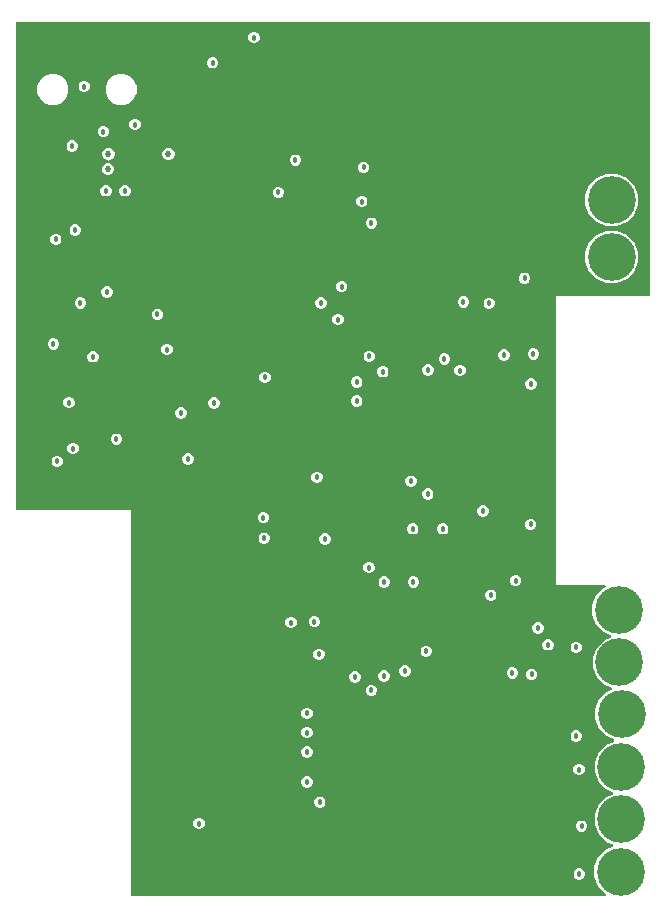
<source format=gbr>
G04 EAGLE Gerber RS-274X export*
G75*
%MOMM*%
%FSLAX34Y34*%
%LPD*%
%INCopper Layer 2*%
%IPPOS*%
%AMOC8*
5,1,8,0,0,1.08239X$1,22.5*%
G01*
%ADD10C,4.032000*%
%ADD11C,0.457200*%
%ADD12C,0.525000*%
%ADD13C,0.152400*%
%ADD14C,0.508000*%

G36*
X509501Y10940D02*
X509501Y10940D01*
X509640Y10953D01*
X509659Y10960D01*
X509679Y10963D01*
X509808Y11014D01*
X509939Y11061D01*
X509956Y11072D01*
X509975Y11080D01*
X510087Y11161D01*
X510203Y11239D01*
X510216Y11255D01*
X510232Y11266D01*
X510321Y11374D01*
X510413Y11478D01*
X510422Y11496D01*
X510435Y11511D01*
X510494Y11637D01*
X510558Y11761D01*
X510562Y11781D01*
X510571Y11799D01*
X510597Y11935D01*
X510627Y12071D01*
X510627Y12092D01*
X510630Y12111D01*
X510622Y12250D01*
X510618Y12389D01*
X510612Y12409D01*
X510611Y12429D01*
X510568Y12561D01*
X510529Y12695D01*
X510519Y12712D01*
X510513Y12731D01*
X510438Y12849D01*
X510368Y12969D01*
X510349Y12990D01*
X510343Y13000D01*
X510328Y13014D01*
X510261Y13089D01*
X504172Y19179D01*
X500793Y27336D01*
X500793Y36164D01*
X504172Y44321D01*
X510415Y50564D01*
X515766Y52781D01*
X515886Y52849D01*
X516010Y52914D01*
X516025Y52928D01*
X516042Y52938D01*
X516142Y53035D01*
X516245Y53128D01*
X516256Y53145D01*
X516271Y53159D01*
X516343Y53278D01*
X516420Y53394D01*
X516426Y53413D01*
X516437Y53431D01*
X516478Y53563D01*
X516523Y53695D01*
X516525Y53715D01*
X516530Y53734D01*
X516537Y53873D01*
X516548Y54012D01*
X516545Y54032D01*
X516546Y54052D01*
X516518Y54188D01*
X516494Y54325D01*
X516485Y54344D01*
X516481Y54364D01*
X516420Y54489D01*
X516363Y54615D01*
X516351Y54631D01*
X516342Y54649D01*
X516251Y54755D01*
X516165Y54864D01*
X516148Y54876D01*
X516135Y54891D01*
X516021Y54971D01*
X515910Y55055D01*
X515885Y55067D01*
X515875Y55074D01*
X515856Y55082D01*
X515766Y55126D01*
X510923Y57132D01*
X504680Y63375D01*
X501301Y71532D01*
X501301Y80360D01*
X504680Y88517D01*
X510923Y94760D01*
X515893Y96819D01*
X516013Y96888D01*
X516137Y96953D01*
X516152Y96966D01*
X516169Y96976D01*
X516269Y97073D01*
X516372Y97167D01*
X516383Y97183D01*
X516398Y97198D01*
X516470Y97316D01*
X516547Y97432D01*
X516553Y97451D01*
X516564Y97469D01*
X516605Y97601D01*
X516650Y97733D01*
X516652Y97753D01*
X516657Y97773D01*
X516664Y97911D01*
X516675Y98050D01*
X516672Y98070D01*
X516673Y98090D01*
X516645Y98226D01*
X516621Y98363D01*
X516612Y98382D01*
X516608Y98402D01*
X516547Y98527D01*
X516490Y98653D01*
X516478Y98669D01*
X516469Y98687D01*
X516378Y98794D01*
X516292Y98902D01*
X516275Y98914D01*
X516262Y98929D01*
X516148Y99010D01*
X516037Y99093D01*
X516012Y99105D01*
X516002Y99113D01*
X515983Y99120D01*
X515893Y99164D01*
X510669Y101328D01*
X504426Y107571D01*
X501047Y115728D01*
X501047Y124556D01*
X504426Y132713D01*
X510669Y138956D01*
X516940Y141554D01*
X517060Y141622D01*
X517183Y141687D01*
X517198Y141701D01*
X517216Y141711D01*
X517316Y141808D01*
X517419Y141901D01*
X517430Y141918D01*
X517444Y141932D01*
X517517Y142051D01*
X517593Y142167D01*
X517600Y142186D01*
X517611Y142204D01*
X517651Y142336D01*
X517697Y142468D01*
X517698Y142488D01*
X517704Y142507D01*
X517711Y142646D01*
X517722Y142785D01*
X517718Y142805D01*
X517719Y142825D01*
X517691Y142961D01*
X517668Y143098D01*
X517659Y143117D01*
X517655Y143137D01*
X517594Y143262D01*
X517537Y143388D01*
X517524Y143404D01*
X517515Y143422D01*
X517425Y143528D01*
X517338Y143637D01*
X517322Y143649D01*
X517309Y143664D01*
X517195Y143744D01*
X517084Y143828D01*
X517059Y143840D01*
X517049Y143847D01*
X517030Y143855D01*
X516940Y143899D01*
X511177Y146286D01*
X504934Y152529D01*
X501555Y160686D01*
X501555Y169514D01*
X504934Y177671D01*
X511177Y183914D01*
X514772Y185403D01*
X514892Y185472D01*
X515015Y185537D01*
X515030Y185551D01*
X515048Y185561D01*
X515148Y185657D01*
X515251Y185751D01*
X515262Y185768D01*
X515276Y185782D01*
X515349Y185900D01*
X515425Y186017D01*
X515432Y186036D01*
X515443Y186053D01*
X515483Y186186D01*
X515529Y186317D01*
X515530Y186338D01*
X515536Y186357D01*
X515543Y186495D01*
X515554Y186634D01*
X515550Y186655D01*
X515551Y186675D01*
X515523Y186810D01*
X515500Y186948D01*
X515491Y186966D01*
X515487Y186986D01*
X515426Y187111D01*
X515369Y187238D01*
X515356Y187254D01*
X515347Y187272D01*
X515257Y187378D01*
X515170Y187486D01*
X515154Y187498D01*
X515141Y187514D01*
X515027Y187594D01*
X514916Y187677D01*
X514891Y187690D01*
X514881Y187697D01*
X514862Y187704D01*
X514772Y187748D01*
X509399Y189974D01*
X503156Y196217D01*
X499777Y204374D01*
X499777Y213202D01*
X503156Y221359D01*
X509399Y227602D01*
X514115Y229556D01*
X514235Y229624D01*
X514359Y229689D01*
X514374Y229703D01*
X514391Y229713D01*
X514491Y229810D01*
X514594Y229903D01*
X514605Y229920D01*
X514620Y229934D01*
X514692Y230053D01*
X514769Y230169D01*
X514775Y230188D01*
X514786Y230205D01*
X514827Y230338D01*
X514872Y230470D01*
X514874Y230490D01*
X514879Y230509D01*
X514886Y230648D01*
X514897Y230787D01*
X514894Y230807D01*
X514895Y230827D01*
X514867Y230963D01*
X514843Y231100D01*
X514834Y231119D01*
X514830Y231139D01*
X514769Y231264D01*
X514712Y231390D01*
X514700Y231406D01*
X514691Y231424D01*
X514600Y231531D01*
X514514Y231639D01*
X514497Y231651D01*
X514484Y231666D01*
X514370Y231747D01*
X514259Y231830D01*
X514234Y231842D01*
X514224Y231849D01*
X514205Y231857D01*
X514115Y231901D01*
X508637Y234170D01*
X502394Y240413D01*
X499015Y248570D01*
X499015Y257398D01*
X502394Y265555D01*
X508637Y271798D01*
X509441Y272131D01*
X509502Y272166D01*
X509567Y272192D01*
X509640Y272244D01*
X509718Y272289D01*
X509768Y272337D01*
X509824Y272378D01*
X509882Y272448D01*
X509946Y272510D01*
X509983Y272570D01*
X510027Y272623D01*
X510065Y272705D01*
X510112Y272781D01*
X510133Y272848D01*
X510163Y272911D01*
X510180Y272999D01*
X510206Y273085D01*
X510209Y273155D01*
X510222Y273224D01*
X510217Y273313D01*
X510221Y273403D01*
X510207Y273471D01*
X510203Y273541D01*
X510175Y273626D01*
X510157Y273714D01*
X510126Y273777D01*
X510105Y273843D01*
X510057Y273919D01*
X510017Y274000D01*
X509972Y274053D01*
X509935Y274112D01*
X509869Y274174D01*
X509811Y274242D01*
X509754Y274282D01*
X509703Y274330D01*
X509624Y274373D01*
X509551Y274425D01*
X509485Y274450D01*
X509424Y274484D01*
X509338Y274506D01*
X509253Y274538D01*
X509184Y274546D01*
X509116Y274563D01*
X508956Y274573D01*
X468629Y274573D01*
X468629Y519177D01*
X546608Y519177D01*
X546726Y519192D01*
X546845Y519199D01*
X546883Y519212D01*
X546924Y519217D01*
X547034Y519260D01*
X547147Y519297D01*
X547182Y519319D01*
X547219Y519334D01*
X547315Y519404D01*
X547416Y519467D01*
X547444Y519497D01*
X547477Y519520D01*
X547553Y519612D01*
X547634Y519699D01*
X547654Y519734D01*
X547679Y519765D01*
X547730Y519873D01*
X547788Y519977D01*
X547798Y520017D01*
X547815Y520053D01*
X547837Y520170D01*
X547867Y520285D01*
X547871Y520346D01*
X547875Y520366D01*
X547873Y520386D01*
X547877Y520446D01*
X547877Y749808D01*
X547862Y749926D01*
X547855Y750045D01*
X547842Y750083D01*
X547837Y750124D01*
X547794Y750234D01*
X547757Y750347D01*
X547735Y750382D01*
X547720Y750419D01*
X547651Y750515D01*
X547587Y750616D01*
X547557Y750644D01*
X547534Y750677D01*
X547442Y750753D01*
X547355Y750834D01*
X547320Y750854D01*
X547289Y750879D01*
X547181Y750930D01*
X547077Y750988D01*
X547037Y750998D01*
X547001Y751015D01*
X546884Y751037D01*
X546769Y751067D01*
X546709Y751071D01*
X546689Y751075D01*
X546668Y751073D01*
X546608Y751077D01*
X12192Y751077D01*
X12074Y751062D01*
X11955Y751055D01*
X11917Y751042D01*
X11876Y751037D01*
X11766Y750994D01*
X11653Y750957D01*
X11618Y750935D01*
X11581Y750920D01*
X11485Y750851D01*
X11384Y750787D01*
X11356Y750757D01*
X11323Y750734D01*
X11247Y750642D01*
X11166Y750555D01*
X11146Y750520D01*
X11121Y750489D01*
X11070Y750381D01*
X11012Y750277D01*
X11002Y750237D01*
X10985Y750201D01*
X10963Y750084D01*
X10933Y749969D01*
X10929Y749909D01*
X10925Y749889D01*
X10927Y749868D01*
X10923Y749808D01*
X10923Y339090D01*
X10938Y338972D01*
X10945Y338853D01*
X10958Y338815D01*
X10963Y338774D01*
X11006Y338664D01*
X11043Y338551D01*
X11065Y338516D01*
X11080Y338479D01*
X11149Y338383D01*
X11213Y338282D01*
X11243Y338254D01*
X11266Y338221D01*
X11358Y338146D01*
X11445Y338064D01*
X11480Y338044D01*
X11511Y338019D01*
X11619Y337968D01*
X11723Y337910D01*
X11763Y337900D01*
X11799Y337883D01*
X11916Y337861D01*
X12031Y337831D01*
X12091Y337827D01*
X12111Y337823D01*
X12132Y337825D01*
X12192Y337821D01*
X108459Y337821D01*
X108459Y12192D01*
X108474Y12074D01*
X108481Y11955D01*
X108494Y11917D01*
X108499Y11876D01*
X108542Y11766D01*
X108579Y11653D01*
X108601Y11618D01*
X108616Y11581D01*
X108686Y11485D01*
X108749Y11384D01*
X108779Y11356D01*
X108802Y11323D01*
X108894Y11247D01*
X108981Y11166D01*
X109016Y11146D01*
X109047Y11121D01*
X109155Y11070D01*
X109259Y11012D01*
X109299Y11002D01*
X109335Y10985D01*
X109452Y10963D01*
X109567Y10933D01*
X109628Y10929D01*
X109648Y10925D01*
X109668Y10927D01*
X109728Y10923D01*
X509364Y10923D01*
X509501Y10940D01*
G37*
%LPC*%
G36*
X510952Y578009D02*
X510952Y578009D01*
X502795Y581388D01*
X496552Y587631D01*
X493173Y595788D01*
X493173Y604616D01*
X496552Y612773D01*
X502795Y619016D01*
X510952Y622395D01*
X519780Y622395D01*
X527937Y619016D01*
X534180Y612773D01*
X537559Y604616D01*
X537559Y595788D01*
X534180Y587631D01*
X527937Y581388D01*
X519780Y578009D01*
X510952Y578009D01*
G37*
%LPD*%
%LPC*%
G36*
X510952Y530003D02*
X510952Y530003D01*
X502795Y533382D01*
X496552Y539625D01*
X493173Y547782D01*
X493173Y556610D01*
X496552Y564767D01*
X502795Y571010D01*
X510952Y574389D01*
X519780Y574389D01*
X527937Y571010D01*
X534180Y564767D01*
X537559Y556610D01*
X537559Y547782D01*
X534180Y539625D01*
X527937Y533382D01*
X519780Y530003D01*
X510952Y530003D01*
G37*
%LPD*%
%LPC*%
G36*
X97402Y680723D02*
X97402Y680723D01*
X92565Y682727D01*
X88863Y686429D01*
X86859Y691266D01*
X86859Y696502D01*
X88863Y701339D01*
X92565Y705041D01*
X97402Y707045D01*
X102638Y707045D01*
X107475Y705041D01*
X111177Y701339D01*
X113181Y696502D01*
X113181Y691266D01*
X111177Y686429D01*
X107475Y682727D01*
X102638Y680723D01*
X97402Y680723D01*
G37*
%LPD*%
%LPC*%
G36*
X39602Y680723D02*
X39602Y680723D01*
X34765Y682727D01*
X31063Y686429D01*
X29059Y691266D01*
X29059Y696502D01*
X31063Y701339D01*
X34765Y705041D01*
X39602Y707045D01*
X44838Y707045D01*
X49675Y705041D01*
X53377Y701339D01*
X55381Y696502D01*
X55381Y691266D01*
X53377Y686429D01*
X49675Y682727D01*
X44838Y680723D01*
X39602Y680723D01*
G37*
%LPD*%
%LPC*%
G36*
X89098Y633172D02*
X89098Y633172D01*
X89077Y633238D01*
X89065Y633307D01*
X89028Y633389D01*
X89000Y633474D01*
X88963Y633533D01*
X88934Y633597D01*
X88878Y633667D01*
X88830Y633743D01*
X88779Y633791D01*
X88735Y633845D01*
X88664Y633900D01*
X88598Y633961D01*
X88537Y633995D01*
X88481Y634037D01*
X88337Y634108D01*
X86374Y634921D01*
X84921Y636374D01*
X84134Y638272D01*
X84134Y640328D01*
X84921Y642226D01*
X86374Y643679D01*
X88272Y644466D01*
X90328Y644466D01*
X92226Y643679D01*
X93679Y642226D01*
X94466Y640328D01*
X94466Y638272D01*
X93679Y636374D01*
X92226Y634921D01*
X90318Y634130D01*
X90280Y634126D01*
X90210Y634127D01*
X90122Y634106D01*
X90033Y634094D01*
X89968Y634069D01*
X89901Y634052D01*
X89821Y634010D01*
X89738Y633977D01*
X89681Y633936D01*
X89619Y633904D01*
X89553Y633843D01*
X89480Y633791D01*
X89436Y633737D01*
X89384Y633690D01*
X89335Y633615D01*
X89278Y633546D01*
X89248Y633482D01*
X89209Y633424D01*
X89180Y633339D01*
X89142Y633258D01*
X89129Y633189D01*
X89106Y633123D01*
X89103Y633087D01*
X89098Y633172D01*
G37*
%LPD*%
%LPC*%
G36*
X87872Y621334D02*
X87872Y621334D01*
X85974Y622121D01*
X84521Y623574D01*
X83734Y625472D01*
X83734Y627528D01*
X84521Y629426D01*
X85974Y630879D01*
X87882Y631670D01*
X87920Y631674D01*
X87990Y631673D01*
X88078Y631694D01*
X88167Y631706D01*
X88232Y631731D01*
X88299Y631748D01*
X88379Y631790D01*
X88462Y631823D01*
X88519Y631864D01*
X88581Y631896D01*
X88647Y631957D01*
X88720Y632009D01*
X88764Y632063D01*
X88816Y632110D01*
X88865Y632185D01*
X88922Y632254D01*
X88952Y632318D01*
X88991Y632376D01*
X89020Y632461D01*
X89058Y632542D01*
X89071Y632611D01*
X89094Y632677D01*
X89097Y632713D01*
X89102Y632628D01*
X89123Y632562D01*
X89135Y632493D01*
X89172Y632411D01*
X89200Y632326D01*
X89237Y632267D01*
X89266Y632203D01*
X89322Y632133D01*
X89370Y632057D01*
X89421Y632009D01*
X89465Y631955D01*
X89536Y631900D01*
X89602Y631839D01*
X89663Y631805D01*
X89719Y631763D01*
X89863Y631692D01*
X91826Y630879D01*
X93279Y629426D01*
X94066Y627528D01*
X94066Y625472D01*
X93279Y623574D01*
X91826Y622121D01*
X89928Y621334D01*
X87872Y621334D01*
G37*
%LPD*%
%LPC*%
G36*
X139072Y634134D02*
X139072Y634134D01*
X137174Y634921D01*
X135721Y636374D01*
X134934Y638272D01*
X134934Y640328D01*
X135721Y642226D01*
X137174Y643679D01*
X139072Y644466D01*
X141128Y644466D01*
X143026Y643679D01*
X144479Y642226D01*
X145266Y640328D01*
X145266Y638272D01*
X144479Y636374D01*
X143026Y634921D01*
X141128Y634134D01*
X139072Y634134D01*
G37*
%LPD*%
%LPC*%
G36*
X211638Y732941D02*
X211638Y732941D01*
X209864Y733676D01*
X208506Y735034D01*
X207771Y736808D01*
X207771Y738728D01*
X208506Y740502D01*
X209864Y741860D01*
X211638Y742595D01*
X213558Y742595D01*
X215332Y741860D01*
X216690Y740502D01*
X217425Y738728D01*
X217425Y736808D01*
X216690Y735034D01*
X215332Y733676D01*
X213558Y732941D01*
X211638Y732941D01*
G37*
%LPD*%
%LPC*%
G36*
X176586Y711707D02*
X176586Y711707D01*
X174812Y712442D01*
X173454Y713800D01*
X172719Y715574D01*
X172719Y717494D01*
X173454Y719268D01*
X174812Y720626D01*
X176586Y721361D01*
X178506Y721361D01*
X180280Y720626D01*
X181638Y719268D01*
X182373Y717494D01*
X182373Y715574D01*
X181638Y713800D01*
X180280Y712442D01*
X178506Y711707D01*
X176586Y711707D01*
G37*
%LPD*%
%LPC*%
G36*
X67874Y691507D02*
X67874Y691507D01*
X66100Y692242D01*
X64742Y693600D01*
X64007Y695374D01*
X64007Y697294D01*
X64742Y699068D01*
X66100Y700426D01*
X67874Y701161D01*
X69794Y701161D01*
X71568Y700426D01*
X72926Y699068D01*
X73661Y697294D01*
X73661Y695374D01*
X72926Y693600D01*
X71568Y692242D01*
X69794Y691507D01*
X67874Y691507D01*
G37*
%LPD*%
%LPC*%
G36*
X110800Y659383D02*
X110800Y659383D01*
X109026Y660118D01*
X107668Y661476D01*
X106933Y663250D01*
X106933Y665170D01*
X107668Y666944D01*
X109026Y668302D01*
X110800Y669037D01*
X112720Y669037D01*
X114494Y668302D01*
X115852Y666944D01*
X116587Y665170D01*
X116587Y663250D01*
X115852Y661476D01*
X114494Y660118D01*
X112720Y659383D01*
X110800Y659383D01*
G37*
%LPD*%
%LPC*%
G36*
X84049Y653460D02*
X84049Y653460D01*
X82275Y654195D01*
X80917Y655553D01*
X80182Y657327D01*
X80182Y659247D01*
X80917Y661021D01*
X82275Y662379D01*
X84049Y663113D01*
X85969Y663113D01*
X87743Y662379D01*
X89101Y661021D01*
X89835Y659247D01*
X89835Y657327D01*
X89101Y655553D01*
X87743Y654195D01*
X85969Y653460D01*
X84049Y653460D01*
G37*
%LPD*%
%LPC*%
G36*
X57714Y641095D02*
X57714Y641095D01*
X55940Y641830D01*
X54582Y643188D01*
X53847Y644962D01*
X53847Y646882D01*
X54582Y648656D01*
X55940Y650014D01*
X57714Y650749D01*
X59634Y650749D01*
X61408Y650014D01*
X62766Y648656D01*
X63501Y646882D01*
X63501Y644962D01*
X62766Y643188D01*
X61408Y641830D01*
X59634Y641095D01*
X57714Y641095D01*
G37*
%LPD*%
%LPC*%
G36*
X246658Y629157D02*
X246658Y629157D01*
X244884Y629892D01*
X243526Y631250D01*
X242791Y633024D01*
X242791Y634944D01*
X243526Y636718D01*
X244884Y638076D01*
X246658Y638811D01*
X248578Y638811D01*
X250352Y638076D01*
X251710Y636718D01*
X252445Y634944D01*
X252445Y633024D01*
X251710Y631250D01*
X250352Y629892D01*
X248578Y629157D01*
X246658Y629157D01*
G37*
%LPD*%
%LPC*%
G36*
X304348Y623061D02*
X304348Y623061D01*
X302574Y623796D01*
X301216Y625154D01*
X300481Y626928D01*
X300481Y628848D01*
X301216Y630622D01*
X302574Y631980D01*
X304348Y632715D01*
X306268Y632715D01*
X308042Y631980D01*
X309400Y630622D01*
X310135Y628848D01*
X310135Y626928D01*
X309400Y625154D01*
X308042Y623796D01*
X306268Y623061D01*
X304348Y623061D01*
G37*
%LPD*%
%LPC*%
G36*
X86154Y603325D02*
X86154Y603325D01*
X84380Y604060D01*
X83022Y605418D01*
X82287Y607192D01*
X82287Y609112D01*
X83022Y610886D01*
X84380Y612244D01*
X86154Y612979D01*
X88074Y612979D01*
X89848Y612244D01*
X91206Y610886D01*
X91941Y609112D01*
X91941Y607192D01*
X91206Y605418D01*
X89848Y604060D01*
X88074Y603325D01*
X86154Y603325D01*
G37*
%LPD*%
%LPC*%
G36*
X102210Y603303D02*
X102210Y603303D01*
X100436Y604038D01*
X99078Y605396D01*
X98343Y607170D01*
X98343Y609090D01*
X99078Y610864D01*
X100436Y612222D01*
X102210Y612957D01*
X104130Y612957D01*
X105904Y612222D01*
X107262Y610864D01*
X107997Y609090D01*
X107997Y607170D01*
X107262Y605396D01*
X105904Y604038D01*
X104130Y603303D01*
X102210Y603303D01*
G37*
%LPD*%
%LPC*%
G36*
X232212Y601979D02*
X232212Y601979D01*
X230438Y602714D01*
X229080Y604072D01*
X228345Y605846D01*
X228345Y607766D01*
X229080Y609540D01*
X230438Y610898D01*
X232212Y611633D01*
X234132Y611633D01*
X235906Y610898D01*
X237264Y609540D01*
X237999Y607766D01*
X237999Y605846D01*
X237264Y604072D01*
X235906Y602714D01*
X234132Y601979D01*
X232212Y601979D01*
G37*
%LPD*%
%LPC*%
G36*
X302824Y594105D02*
X302824Y594105D01*
X301050Y594840D01*
X299692Y596198D01*
X298957Y597972D01*
X298957Y599892D01*
X299692Y601666D01*
X301050Y603024D01*
X302824Y603759D01*
X304744Y603759D01*
X306518Y603024D01*
X307876Y601666D01*
X308611Y599892D01*
X308611Y597972D01*
X307876Y596198D01*
X306518Y594840D01*
X304744Y594105D01*
X302824Y594105D01*
G37*
%LPD*%
%LPC*%
G36*
X310952Y575817D02*
X310952Y575817D01*
X309178Y576552D01*
X307820Y577910D01*
X307085Y579684D01*
X307085Y581604D01*
X307820Y583378D01*
X309178Y584736D01*
X310952Y585471D01*
X312872Y585471D01*
X314646Y584736D01*
X316004Y583378D01*
X316739Y581604D01*
X316739Y579684D01*
X316004Y577910D01*
X314646Y576552D01*
X312872Y575817D01*
X310952Y575817D01*
G37*
%LPD*%
%LPC*%
G36*
X60232Y570121D02*
X60232Y570121D01*
X58458Y570856D01*
X57100Y572214D01*
X56365Y573988D01*
X56365Y575908D01*
X57100Y577682D01*
X58458Y579040D01*
X60232Y579775D01*
X62152Y579775D01*
X63926Y579040D01*
X65284Y577682D01*
X66019Y575908D01*
X66019Y573988D01*
X65284Y572214D01*
X63926Y570856D01*
X62152Y570121D01*
X60232Y570121D01*
G37*
%LPD*%
%LPC*%
G36*
X43744Y562101D02*
X43744Y562101D01*
X41970Y562836D01*
X40612Y564194D01*
X39877Y565968D01*
X39877Y567888D01*
X40612Y569662D01*
X41970Y571020D01*
X43744Y571755D01*
X45664Y571755D01*
X47438Y571020D01*
X48796Y569662D01*
X49531Y567888D01*
X49531Y565968D01*
X48796Y564194D01*
X47438Y562836D01*
X45664Y562101D01*
X43744Y562101D01*
G37*
%LPD*%
%LPC*%
G36*
X486974Y24891D02*
X486974Y24891D01*
X485200Y25626D01*
X483842Y26984D01*
X483107Y28758D01*
X483107Y30678D01*
X483842Y32452D01*
X485200Y33810D01*
X486974Y34545D01*
X488894Y34545D01*
X490668Y33810D01*
X492026Y32452D01*
X492761Y30678D01*
X492761Y28758D01*
X492026Y26984D01*
X490668Y25626D01*
X488894Y24891D01*
X486974Y24891D01*
G37*
%LPD*%
%LPC*%
G36*
X285806Y522223D02*
X285806Y522223D01*
X284032Y522958D01*
X282674Y524316D01*
X281939Y526090D01*
X281939Y528010D01*
X282674Y529784D01*
X284032Y531142D01*
X285806Y531877D01*
X287726Y531877D01*
X289500Y531142D01*
X290858Y529784D01*
X291593Y528010D01*
X291593Y526090D01*
X290858Y524316D01*
X289500Y522958D01*
X287726Y522223D01*
X285806Y522223D01*
G37*
%LPD*%
%LPC*%
G36*
X87079Y517497D02*
X87079Y517497D01*
X85305Y518231D01*
X83947Y519589D01*
X83212Y521363D01*
X83212Y523283D01*
X83947Y525057D01*
X85305Y526415D01*
X87079Y527150D01*
X88999Y527150D01*
X90773Y526415D01*
X92131Y525057D01*
X92865Y523283D01*
X92865Y521363D01*
X92131Y519589D01*
X90773Y518231D01*
X88999Y517497D01*
X87079Y517497D01*
G37*
%LPD*%
%LPC*%
G36*
X388930Y509015D02*
X388930Y509015D01*
X387156Y509750D01*
X385798Y511108D01*
X385063Y512882D01*
X385063Y514802D01*
X385798Y516576D01*
X387156Y517934D01*
X388930Y518669D01*
X390850Y518669D01*
X392624Y517934D01*
X393982Y516576D01*
X394717Y514802D01*
X394717Y512882D01*
X393982Y511108D01*
X392624Y509750D01*
X390850Y509015D01*
X388930Y509015D01*
G37*
%LPD*%
%LPC*%
G36*
X268280Y508253D02*
X268280Y508253D01*
X266506Y508988D01*
X265148Y510346D01*
X264413Y512120D01*
X264413Y514040D01*
X265148Y515814D01*
X266506Y517172D01*
X268280Y517907D01*
X270200Y517907D01*
X271974Y517172D01*
X273332Y515814D01*
X274067Y514040D01*
X274067Y512120D01*
X273332Y510346D01*
X271974Y508988D01*
X270200Y508253D01*
X268280Y508253D01*
G37*
%LPD*%
%LPC*%
G36*
X64572Y508253D02*
X64572Y508253D01*
X62798Y508988D01*
X61440Y510346D01*
X60705Y512120D01*
X60705Y514040D01*
X61440Y515814D01*
X62798Y517172D01*
X64572Y517907D01*
X66492Y517907D01*
X68266Y517172D01*
X69624Y515814D01*
X70359Y514040D01*
X70359Y512120D01*
X69624Y510346D01*
X68266Y508988D01*
X66492Y508253D01*
X64572Y508253D01*
G37*
%LPD*%
%LPC*%
G36*
X410774Y507999D02*
X410774Y507999D01*
X409000Y508734D01*
X407642Y510092D01*
X406907Y511866D01*
X406907Y513786D01*
X407642Y515560D01*
X409000Y516918D01*
X410774Y517653D01*
X412694Y517653D01*
X414468Y516918D01*
X415826Y515560D01*
X416561Y513786D01*
X416561Y511866D01*
X415826Y510092D01*
X414468Y508734D01*
X412694Y507999D01*
X410774Y507999D01*
G37*
%LPD*%
%LPC*%
G36*
X129850Y498601D02*
X129850Y498601D01*
X128076Y499336D01*
X126718Y500694D01*
X125983Y502468D01*
X125983Y504388D01*
X126718Y506162D01*
X128076Y507520D01*
X129850Y508255D01*
X131770Y508255D01*
X133544Y507520D01*
X134902Y506162D01*
X135637Y504388D01*
X135637Y502468D01*
X134902Y500694D01*
X133544Y499336D01*
X131770Y498601D01*
X129850Y498601D01*
G37*
%LPD*%
%LPC*%
G36*
X282758Y494283D02*
X282758Y494283D01*
X280984Y495018D01*
X279626Y496376D01*
X278891Y498150D01*
X278891Y500070D01*
X279626Y501844D01*
X280984Y503202D01*
X282758Y503937D01*
X284678Y503937D01*
X286452Y503202D01*
X287810Y501844D01*
X288545Y500070D01*
X288545Y498150D01*
X287810Y496376D01*
X286452Y495018D01*
X284678Y494283D01*
X282758Y494283D01*
G37*
%LPD*%
%LPC*%
G36*
X41712Y473709D02*
X41712Y473709D01*
X39938Y474444D01*
X38580Y475802D01*
X37845Y477576D01*
X37845Y479496D01*
X38580Y481270D01*
X39938Y482628D01*
X41712Y483363D01*
X43632Y483363D01*
X45406Y482628D01*
X46764Y481270D01*
X47499Y479496D01*
X47499Y477576D01*
X46764Y475802D01*
X45406Y474444D01*
X43632Y473709D01*
X41712Y473709D01*
G37*
%LPD*%
%LPC*%
G36*
X137978Y468883D02*
X137978Y468883D01*
X136204Y469618D01*
X134846Y470976D01*
X134111Y472750D01*
X134111Y474670D01*
X134846Y476444D01*
X136204Y477802D01*
X137978Y478537D01*
X139898Y478537D01*
X141672Y477802D01*
X143030Y476444D01*
X143765Y474670D01*
X143765Y472750D01*
X143030Y470976D01*
X141672Y469618D01*
X139898Y468883D01*
X137978Y468883D01*
G37*
%LPD*%
%LPC*%
G36*
X448112Y465073D02*
X448112Y465073D01*
X446338Y465808D01*
X444980Y467166D01*
X444245Y468940D01*
X444245Y470860D01*
X444980Y472634D01*
X446338Y473992D01*
X448112Y474727D01*
X450032Y474727D01*
X451806Y473992D01*
X453164Y472634D01*
X453899Y470860D01*
X453899Y468940D01*
X453164Y467166D01*
X451806Y465808D01*
X450032Y465073D01*
X448112Y465073D01*
G37*
%LPD*%
%LPC*%
G36*
X423220Y464311D02*
X423220Y464311D01*
X421446Y465046D01*
X420088Y466404D01*
X419353Y468178D01*
X419353Y470098D01*
X420088Y471872D01*
X421446Y473230D01*
X423220Y473965D01*
X425140Y473965D01*
X426914Y473230D01*
X428272Y471872D01*
X429007Y470098D01*
X429007Y468178D01*
X428272Y466404D01*
X426914Y465046D01*
X425140Y464311D01*
X423220Y464311D01*
G37*
%LPD*%
%LPC*%
G36*
X309174Y463041D02*
X309174Y463041D01*
X307400Y463776D01*
X306042Y465134D01*
X305307Y466908D01*
X305307Y468828D01*
X306042Y470602D01*
X307400Y471960D01*
X309174Y472695D01*
X311094Y472695D01*
X312868Y471960D01*
X314226Y470602D01*
X314961Y468828D01*
X314961Y466908D01*
X314226Y465134D01*
X312868Y463776D01*
X311094Y463041D01*
X309174Y463041D01*
G37*
%LPD*%
%LPC*%
G36*
X75240Y462787D02*
X75240Y462787D01*
X73466Y463522D01*
X72108Y464880D01*
X71373Y466654D01*
X71373Y468574D01*
X72108Y470348D01*
X73466Y471706D01*
X75240Y472441D01*
X77160Y472441D01*
X78934Y471706D01*
X80292Y470348D01*
X81027Y468574D01*
X81027Y466654D01*
X80292Y464880D01*
X78934Y463522D01*
X77160Y462787D01*
X75240Y462787D01*
G37*
%LPD*%
%LPC*%
G36*
X372736Y460947D02*
X372736Y460947D01*
X370962Y461682D01*
X369604Y463040D01*
X368870Y464814D01*
X368870Y466734D01*
X369604Y468508D01*
X370962Y469866D01*
X372736Y470600D01*
X374656Y470600D01*
X376430Y469866D01*
X377788Y468508D01*
X378523Y466734D01*
X378523Y464814D01*
X377788Y463040D01*
X376430Y461682D01*
X374656Y460947D01*
X372736Y460947D01*
G37*
%LPD*%
%LPC*%
G36*
X358958Y451611D02*
X358958Y451611D01*
X357184Y452346D01*
X355826Y453704D01*
X355091Y455478D01*
X355091Y457398D01*
X355826Y459172D01*
X357184Y460530D01*
X358958Y461265D01*
X360878Y461265D01*
X362652Y460530D01*
X364010Y459172D01*
X364745Y457398D01*
X364745Y455478D01*
X364010Y453704D01*
X362652Y452346D01*
X360878Y451611D01*
X358958Y451611D01*
G37*
%LPD*%
%LPC*%
G36*
X385882Y451103D02*
X385882Y451103D01*
X384108Y451838D01*
X382750Y453196D01*
X382015Y454970D01*
X382015Y456890D01*
X382750Y458664D01*
X384108Y460022D01*
X385882Y460757D01*
X387802Y460757D01*
X389576Y460022D01*
X390934Y458664D01*
X391669Y456890D01*
X391669Y454970D01*
X390934Y453196D01*
X389576Y451838D01*
X387802Y451103D01*
X385882Y451103D01*
G37*
%LPD*%
%LPC*%
G36*
X320634Y450119D02*
X320634Y450119D01*
X318860Y450854D01*
X317502Y452212D01*
X316767Y453986D01*
X316767Y455906D01*
X317502Y457680D01*
X318860Y459038D01*
X320634Y459772D01*
X322554Y459772D01*
X324328Y459038D01*
X325686Y457680D01*
X326421Y455906D01*
X326421Y453986D01*
X325686Y452212D01*
X324328Y450854D01*
X322554Y450119D01*
X320634Y450119D01*
G37*
%LPD*%
%LPC*%
G36*
X221036Y445261D02*
X221036Y445261D01*
X219262Y445996D01*
X217904Y447354D01*
X217169Y449128D01*
X217169Y451048D01*
X217904Y452822D01*
X219262Y454180D01*
X221036Y454915D01*
X222956Y454915D01*
X224730Y454180D01*
X226088Y452822D01*
X226823Y451048D01*
X226823Y449128D01*
X226088Y447354D01*
X224730Y445996D01*
X222956Y445261D01*
X221036Y445261D01*
G37*
%LPD*%
%LPC*%
G36*
X298538Y441451D02*
X298538Y441451D01*
X296764Y442186D01*
X295406Y443544D01*
X294671Y445318D01*
X294671Y447238D01*
X295406Y449012D01*
X296764Y450370D01*
X298538Y451105D01*
X300458Y451105D01*
X302232Y450370D01*
X303590Y449012D01*
X304324Y447238D01*
X304324Y445318D01*
X303590Y443544D01*
X302232Y442186D01*
X300458Y441451D01*
X298538Y441451D01*
G37*
%LPD*%
%LPC*%
G36*
X446080Y439673D02*
X446080Y439673D01*
X444306Y440408D01*
X442948Y441766D01*
X442213Y443540D01*
X442213Y445460D01*
X442948Y447234D01*
X444306Y448592D01*
X446080Y449327D01*
X448000Y449327D01*
X449774Y448592D01*
X451132Y447234D01*
X451867Y445460D01*
X451867Y443540D01*
X451132Y441766D01*
X449774Y440408D01*
X448000Y439673D01*
X446080Y439673D01*
G37*
%LPD*%
%LPC*%
G36*
X298538Y425195D02*
X298538Y425195D01*
X296764Y425930D01*
X295406Y427288D01*
X294671Y429062D01*
X294671Y430982D01*
X295406Y432756D01*
X296764Y434114D01*
X298538Y434849D01*
X300458Y434849D01*
X302232Y434114D01*
X303590Y432756D01*
X304324Y430982D01*
X304324Y429062D01*
X303590Y427288D01*
X302232Y425930D01*
X300458Y425195D01*
X298538Y425195D01*
G37*
%LPD*%
%LPC*%
G36*
X54920Y423925D02*
X54920Y423925D01*
X53146Y424660D01*
X51788Y426018D01*
X51053Y427792D01*
X51053Y429712D01*
X51788Y431486D01*
X53146Y432844D01*
X54920Y433579D01*
X56840Y433579D01*
X58614Y432844D01*
X59972Y431486D01*
X60707Y429712D01*
X60707Y427792D01*
X59972Y426018D01*
X58614Y424660D01*
X56840Y423925D01*
X54920Y423925D01*
G37*
%LPD*%
%LPC*%
G36*
X177856Y423671D02*
X177856Y423671D01*
X176082Y424406D01*
X174724Y425764D01*
X173989Y427538D01*
X173989Y429458D01*
X174724Y431232D01*
X176082Y432590D01*
X177856Y433325D01*
X179776Y433325D01*
X181550Y432590D01*
X182908Y431232D01*
X183643Y429458D01*
X183643Y427538D01*
X182908Y425764D01*
X181550Y424406D01*
X179776Y423671D01*
X177856Y423671D01*
G37*
%LPD*%
%LPC*%
G36*
X149662Y415035D02*
X149662Y415035D01*
X147888Y415770D01*
X146530Y417128D01*
X145795Y418902D01*
X145795Y420822D01*
X146530Y422596D01*
X147888Y423954D01*
X149662Y424689D01*
X151582Y424689D01*
X153356Y423954D01*
X154714Y422596D01*
X155449Y420822D01*
X155449Y418902D01*
X154714Y417128D01*
X153356Y415770D01*
X151582Y415035D01*
X149662Y415035D01*
G37*
%LPD*%
%LPC*%
G36*
X95052Y392937D02*
X95052Y392937D01*
X93278Y393672D01*
X91920Y395030D01*
X91185Y396804D01*
X91185Y398724D01*
X91920Y400498D01*
X93278Y401856D01*
X95052Y402591D01*
X96972Y402591D01*
X98746Y401856D01*
X100104Y400498D01*
X100839Y398724D01*
X100839Y396804D01*
X100104Y395030D01*
X98746Y393672D01*
X96972Y392937D01*
X95052Y392937D01*
G37*
%LPD*%
%LPC*%
G36*
X58476Y385063D02*
X58476Y385063D01*
X56702Y385798D01*
X55344Y387156D01*
X54609Y388930D01*
X54609Y390850D01*
X55344Y392624D01*
X56702Y393982D01*
X58476Y394717D01*
X60396Y394717D01*
X62170Y393982D01*
X63528Y392624D01*
X64263Y390850D01*
X64263Y388930D01*
X63528Y387156D01*
X62170Y385798D01*
X60396Y385063D01*
X58476Y385063D01*
G37*
%LPD*%
%LPC*%
G36*
X155758Y376173D02*
X155758Y376173D01*
X153984Y376908D01*
X152626Y378266D01*
X151891Y380040D01*
X151891Y381960D01*
X152626Y383734D01*
X153984Y385092D01*
X155758Y385827D01*
X157678Y385827D01*
X159452Y385092D01*
X160810Y383734D01*
X161545Y381960D01*
X161545Y380040D01*
X160810Y378266D01*
X159452Y376908D01*
X157678Y376173D01*
X155758Y376173D01*
G37*
%LPD*%
%LPC*%
G36*
X45014Y374141D02*
X45014Y374141D01*
X43240Y374876D01*
X41882Y376234D01*
X41147Y378008D01*
X41147Y379928D01*
X41882Y381702D01*
X43240Y383060D01*
X45014Y383795D01*
X46934Y383795D01*
X48708Y383060D01*
X50066Y381702D01*
X50801Y379928D01*
X50801Y378008D01*
X50066Y376234D01*
X48708Y374876D01*
X46934Y374141D01*
X45014Y374141D01*
G37*
%LPD*%
%LPC*%
G36*
X264978Y360679D02*
X264978Y360679D01*
X263204Y361414D01*
X261846Y362772D01*
X261111Y364546D01*
X261111Y366466D01*
X261846Y368240D01*
X263204Y369598D01*
X264978Y370333D01*
X266898Y370333D01*
X268672Y369598D01*
X270030Y368240D01*
X270765Y366466D01*
X270765Y364546D01*
X270030Y362772D01*
X268672Y361414D01*
X266898Y360679D01*
X264978Y360679D01*
G37*
%LPD*%
%LPC*%
G36*
X344480Y357377D02*
X344480Y357377D01*
X342706Y358112D01*
X341348Y359470D01*
X340613Y361244D01*
X340613Y363164D01*
X341348Y364938D01*
X342706Y366296D01*
X344480Y367031D01*
X346400Y367031D01*
X348174Y366296D01*
X349532Y364938D01*
X350267Y363164D01*
X350267Y361244D01*
X349532Y359470D01*
X348174Y358112D01*
X346400Y357377D01*
X344480Y357377D01*
G37*
%LPD*%
%LPC*%
G36*
X358704Y346455D02*
X358704Y346455D01*
X356930Y347190D01*
X355572Y348548D01*
X354837Y350322D01*
X354837Y352242D01*
X355572Y354016D01*
X356930Y355374D01*
X358704Y356109D01*
X360624Y356109D01*
X362398Y355374D01*
X363756Y354016D01*
X364491Y352242D01*
X364491Y350322D01*
X363756Y348548D01*
X362398Y347190D01*
X360624Y346455D01*
X358704Y346455D01*
G37*
%LPD*%
%LPC*%
G36*
X405440Y332231D02*
X405440Y332231D01*
X403666Y332966D01*
X402308Y334324D01*
X401573Y336098D01*
X401573Y338018D01*
X402308Y339792D01*
X403666Y341150D01*
X405440Y341885D01*
X407360Y341885D01*
X409134Y341150D01*
X410492Y339792D01*
X411227Y338018D01*
X411227Y336098D01*
X410492Y334324D01*
X409134Y332966D01*
X407360Y332231D01*
X405440Y332231D01*
G37*
%LPD*%
%LPC*%
G36*
X219512Y326643D02*
X219512Y326643D01*
X217738Y327378D01*
X216380Y328736D01*
X215645Y330510D01*
X215645Y332430D01*
X216380Y334204D01*
X217738Y335562D01*
X219512Y336297D01*
X221432Y336297D01*
X223206Y335562D01*
X224564Y334204D01*
X225299Y332430D01*
X225299Y330510D01*
X224564Y328736D01*
X223206Y327378D01*
X221432Y326643D01*
X219512Y326643D01*
G37*
%LPD*%
%LPC*%
G36*
X445826Y320801D02*
X445826Y320801D01*
X444052Y321536D01*
X442694Y322894D01*
X441959Y324668D01*
X441959Y326588D01*
X442694Y328362D01*
X444052Y329720D01*
X445826Y330455D01*
X447746Y330455D01*
X449520Y329720D01*
X450878Y328362D01*
X451613Y326588D01*
X451613Y324668D01*
X450878Y322894D01*
X449520Y321536D01*
X447746Y320801D01*
X445826Y320801D01*
G37*
%LPD*%
%LPC*%
G36*
X371362Y317151D02*
X371362Y317151D01*
X369588Y317886D01*
X368230Y319244D01*
X367495Y321018D01*
X367495Y322938D01*
X368230Y324712D01*
X369588Y326070D01*
X371362Y326805D01*
X373282Y326805D01*
X375056Y326070D01*
X376414Y324712D01*
X377149Y322938D01*
X377149Y321018D01*
X376414Y319244D01*
X375056Y317886D01*
X373282Y317151D01*
X371362Y317151D01*
G37*
%LPD*%
%LPC*%
G36*
X345962Y317151D02*
X345962Y317151D01*
X344188Y317886D01*
X342830Y319244D01*
X342095Y321018D01*
X342095Y322938D01*
X342830Y324712D01*
X344188Y326070D01*
X345962Y326805D01*
X347882Y326805D01*
X349656Y326070D01*
X351014Y324712D01*
X351749Y322938D01*
X351749Y321018D01*
X351014Y319244D01*
X349656Y317886D01*
X347882Y317151D01*
X345962Y317151D01*
G37*
%LPD*%
%LPC*%
G36*
X220274Y309117D02*
X220274Y309117D01*
X218500Y309852D01*
X217142Y311210D01*
X216407Y312984D01*
X216407Y314904D01*
X217142Y316678D01*
X218500Y318036D01*
X220274Y318771D01*
X222194Y318771D01*
X223968Y318036D01*
X225326Y316678D01*
X226061Y314904D01*
X226061Y312984D01*
X225326Y311210D01*
X223968Y309852D01*
X222194Y309117D01*
X220274Y309117D01*
G37*
%LPD*%
%LPC*%
G36*
X271582Y308355D02*
X271582Y308355D01*
X269808Y309090D01*
X268450Y310448D01*
X267715Y312222D01*
X267715Y314142D01*
X268450Y315916D01*
X269808Y317274D01*
X271582Y318009D01*
X273502Y318009D01*
X275276Y317274D01*
X276634Y315916D01*
X277369Y314142D01*
X277369Y312222D01*
X276634Y310448D01*
X275276Y309090D01*
X273502Y308355D01*
X271582Y308355D01*
G37*
%LPD*%
%LPC*%
G36*
X308920Y284225D02*
X308920Y284225D01*
X307146Y284960D01*
X305788Y286318D01*
X305053Y288092D01*
X305053Y290012D01*
X305788Y291786D01*
X307146Y293144D01*
X308920Y293879D01*
X310840Y293879D01*
X312614Y293144D01*
X313972Y291786D01*
X314707Y290012D01*
X314707Y288092D01*
X313972Y286318D01*
X312614Y284960D01*
X310840Y284225D01*
X308920Y284225D01*
G37*
%LPD*%
%LPC*%
G36*
X433126Y273303D02*
X433126Y273303D01*
X431352Y274038D01*
X429994Y275396D01*
X429259Y277170D01*
X429259Y279090D01*
X429994Y280864D01*
X431352Y282222D01*
X433126Y282957D01*
X435046Y282957D01*
X436820Y282222D01*
X438178Y280864D01*
X438913Y279090D01*
X438913Y277170D01*
X438178Y275396D01*
X436820Y274038D01*
X435046Y273303D01*
X433126Y273303D01*
G37*
%LPD*%
%LPC*%
G36*
X346512Y272033D02*
X346512Y272033D01*
X344738Y272768D01*
X343380Y274126D01*
X342645Y275900D01*
X342645Y277820D01*
X343380Y279594D01*
X344738Y280952D01*
X346512Y281687D01*
X348432Y281687D01*
X350206Y280952D01*
X351564Y279594D01*
X352299Y277820D01*
X352299Y275900D01*
X351564Y274126D01*
X350206Y272768D01*
X348432Y272033D01*
X346512Y272033D01*
G37*
%LPD*%
%LPC*%
G36*
X321874Y272033D02*
X321874Y272033D01*
X320100Y272768D01*
X318742Y274126D01*
X318007Y275900D01*
X318007Y277820D01*
X318742Y279594D01*
X320100Y280952D01*
X321874Y281687D01*
X323794Y281687D01*
X325568Y280952D01*
X326926Y279594D01*
X327661Y277820D01*
X327661Y275900D01*
X326926Y274126D01*
X325568Y272768D01*
X323794Y272033D01*
X321874Y272033D01*
G37*
%LPD*%
%LPC*%
G36*
X412044Y260857D02*
X412044Y260857D01*
X410270Y261592D01*
X408912Y262950D01*
X408177Y264724D01*
X408177Y266644D01*
X408912Y268418D01*
X410270Y269776D01*
X412044Y270511D01*
X413964Y270511D01*
X415738Y269776D01*
X417096Y268418D01*
X417831Y266644D01*
X417831Y264724D01*
X417096Y262950D01*
X415738Y261592D01*
X413964Y260857D01*
X412044Y260857D01*
G37*
%LPD*%
%LPC*%
G36*
X262692Y238505D02*
X262692Y238505D01*
X260918Y239240D01*
X259560Y240598D01*
X258825Y242372D01*
X258825Y244292D01*
X259560Y246066D01*
X260918Y247424D01*
X262692Y248159D01*
X264612Y248159D01*
X266386Y247424D01*
X267744Y246066D01*
X268479Y244292D01*
X268479Y242372D01*
X267744Y240598D01*
X266386Y239240D01*
X264612Y238505D01*
X262692Y238505D01*
G37*
%LPD*%
%LPC*%
G36*
X242880Y237743D02*
X242880Y237743D01*
X241106Y238478D01*
X239748Y239836D01*
X239013Y241610D01*
X239013Y243530D01*
X239748Y245304D01*
X241106Y246662D01*
X242880Y247397D01*
X244800Y247397D01*
X246574Y246662D01*
X247932Y245304D01*
X248667Y243530D01*
X248667Y241610D01*
X247932Y239836D01*
X246574Y238478D01*
X244800Y237743D01*
X242880Y237743D01*
G37*
%LPD*%
%LPC*%
G36*
X452111Y233236D02*
X452111Y233236D01*
X450337Y233971D01*
X448979Y235329D01*
X448245Y237103D01*
X448245Y239023D01*
X448979Y240797D01*
X450337Y242155D01*
X452111Y242889D01*
X454031Y242889D01*
X455805Y242155D01*
X457163Y240797D01*
X457898Y239023D01*
X457898Y237103D01*
X457163Y235329D01*
X455805Y233971D01*
X454031Y233236D01*
X452111Y233236D01*
G37*
%LPD*%
%LPC*%
G36*
X460558Y218947D02*
X460558Y218947D01*
X458784Y219682D01*
X457426Y221040D01*
X456691Y222814D01*
X456691Y224734D01*
X457426Y226508D01*
X458784Y227866D01*
X460558Y228601D01*
X462478Y228601D01*
X464252Y227866D01*
X465610Y226508D01*
X466345Y224734D01*
X466345Y222814D01*
X465610Y221040D01*
X464252Y219682D01*
X462478Y218947D01*
X460558Y218947D01*
G37*
%LPD*%
%LPC*%
G36*
X484434Y216661D02*
X484434Y216661D01*
X482660Y217396D01*
X481302Y218754D01*
X480567Y220528D01*
X480567Y222448D01*
X481302Y224222D01*
X482660Y225580D01*
X484434Y226315D01*
X486354Y226315D01*
X488128Y225580D01*
X489486Y224222D01*
X490221Y222448D01*
X490221Y220528D01*
X489486Y218754D01*
X488128Y217396D01*
X486354Y216661D01*
X484434Y216661D01*
G37*
%LPD*%
%LPC*%
G36*
X357434Y213359D02*
X357434Y213359D01*
X355660Y214094D01*
X354302Y215452D01*
X353567Y217226D01*
X353567Y219146D01*
X354302Y220920D01*
X355660Y222278D01*
X357434Y223013D01*
X359354Y223013D01*
X361128Y222278D01*
X362486Y220920D01*
X363221Y219146D01*
X363221Y217226D01*
X362486Y215452D01*
X361128Y214094D01*
X359354Y213359D01*
X357434Y213359D01*
G37*
%LPD*%
%LPC*%
G36*
X266756Y210819D02*
X266756Y210819D01*
X264982Y211554D01*
X263624Y212912D01*
X262889Y214686D01*
X262889Y216606D01*
X263624Y218380D01*
X264982Y219738D01*
X266756Y220473D01*
X268676Y220473D01*
X270450Y219738D01*
X271808Y218380D01*
X272543Y216606D01*
X272543Y214686D01*
X271808Y212912D01*
X270450Y211554D01*
X268676Y210819D01*
X266756Y210819D01*
G37*
%LPD*%
%LPC*%
G36*
X339400Y196849D02*
X339400Y196849D01*
X337626Y197584D01*
X336268Y198942D01*
X335533Y200716D01*
X335533Y202636D01*
X336268Y204410D01*
X337626Y205768D01*
X339400Y206503D01*
X341320Y206503D01*
X343094Y205768D01*
X344452Y204410D01*
X345187Y202636D01*
X345187Y200716D01*
X344452Y198942D01*
X343094Y197584D01*
X341320Y196849D01*
X339400Y196849D01*
G37*
%LPD*%
%LPC*%
G36*
X430332Y195071D02*
X430332Y195071D01*
X428558Y195806D01*
X427200Y197164D01*
X426465Y198938D01*
X426465Y200858D01*
X427200Y202632D01*
X428558Y203990D01*
X430332Y204725D01*
X432252Y204725D01*
X434026Y203990D01*
X435384Y202632D01*
X436119Y200858D01*
X436119Y198938D01*
X435384Y197164D01*
X434026Y195806D01*
X432252Y195071D01*
X430332Y195071D01*
G37*
%LPD*%
%LPC*%
G36*
X446588Y193801D02*
X446588Y193801D01*
X444814Y194536D01*
X443456Y195894D01*
X442721Y197668D01*
X442721Y199588D01*
X443456Y201362D01*
X444814Y202720D01*
X446588Y203455D01*
X448508Y203455D01*
X450282Y202720D01*
X451640Y201362D01*
X452375Y199588D01*
X452375Y197668D01*
X451640Y195894D01*
X450282Y194536D01*
X448508Y193801D01*
X446588Y193801D01*
G37*
%LPD*%
%LPC*%
G36*
X321749Y192531D02*
X321749Y192531D01*
X319975Y193266D01*
X318618Y194624D01*
X317883Y196398D01*
X317883Y198318D01*
X318618Y200092D01*
X319975Y201450D01*
X321749Y202185D01*
X323670Y202185D01*
X325444Y201450D01*
X326801Y200092D01*
X327536Y198318D01*
X327536Y196398D01*
X326801Y194624D01*
X325444Y193266D01*
X323670Y192531D01*
X321749Y192531D01*
G37*
%LPD*%
%LPC*%
G36*
X297236Y191515D02*
X297236Y191515D01*
X295462Y192250D01*
X294104Y193608D01*
X293369Y195382D01*
X293369Y197302D01*
X294104Y199076D01*
X295462Y200434D01*
X297236Y201169D01*
X299156Y201169D01*
X300930Y200434D01*
X302288Y199076D01*
X303023Y197302D01*
X303023Y195382D01*
X302288Y193608D01*
X300930Y192250D01*
X299156Y191515D01*
X297236Y191515D01*
G37*
%LPD*%
%LPC*%
G36*
X310952Y180339D02*
X310952Y180339D01*
X309178Y181074D01*
X307820Y182432D01*
X307085Y184206D01*
X307085Y186126D01*
X307820Y187900D01*
X309178Y189258D01*
X310952Y189993D01*
X312872Y189993D01*
X314646Y189258D01*
X316004Y187900D01*
X316739Y186126D01*
X316739Y184206D01*
X316004Y182432D01*
X314646Y181074D01*
X312872Y180339D01*
X310952Y180339D01*
G37*
%LPD*%
%LPC*%
G36*
X256628Y160781D02*
X256628Y160781D01*
X254854Y161516D01*
X253496Y162874D01*
X252761Y164648D01*
X252761Y166568D01*
X253496Y168342D01*
X254854Y169700D01*
X256628Y170435D01*
X258548Y170435D01*
X260322Y169700D01*
X261680Y168342D01*
X262414Y166568D01*
X262414Y164648D01*
X261680Y162874D01*
X260322Y161516D01*
X258548Y160781D01*
X256628Y160781D01*
G37*
%LPD*%
%LPC*%
G36*
X256628Y144525D02*
X256628Y144525D01*
X254854Y145260D01*
X253496Y146618D01*
X252761Y148392D01*
X252761Y150312D01*
X253496Y152086D01*
X254854Y153444D01*
X256628Y154179D01*
X258548Y154179D01*
X260322Y153444D01*
X261680Y152086D01*
X262414Y150312D01*
X262414Y148392D01*
X261680Y146618D01*
X260322Y145260D01*
X258548Y144525D01*
X256628Y144525D01*
G37*
%LPD*%
%LPC*%
G36*
X484434Y141731D02*
X484434Y141731D01*
X482660Y142466D01*
X481302Y143824D01*
X480567Y145598D01*
X480567Y147518D01*
X481302Y149292D01*
X482660Y150650D01*
X484434Y151385D01*
X486354Y151385D01*
X488128Y150650D01*
X489486Y149292D01*
X490221Y147518D01*
X490221Y145598D01*
X489486Y143824D01*
X488128Y142466D01*
X486354Y141731D01*
X484434Y141731D01*
G37*
%LPD*%
%LPC*%
G36*
X256628Y128269D02*
X256628Y128269D01*
X254854Y129004D01*
X253496Y130362D01*
X252761Y132136D01*
X252761Y134056D01*
X253496Y135830D01*
X254854Y137188D01*
X256628Y137923D01*
X258548Y137923D01*
X260322Y137188D01*
X261680Y135830D01*
X262414Y134056D01*
X262414Y132136D01*
X261680Y130362D01*
X260322Y129004D01*
X258548Y128269D01*
X256628Y128269D01*
G37*
%LPD*%
%LPC*%
G36*
X486720Y113283D02*
X486720Y113283D01*
X484946Y114018D01*
X483588Y115376D01*
X482853Y117150D01*
X482853Y119070D01*
X483588Y120844D01*
X484946Y122202D01*
X486720Y122937D01*
X488640Y122937D01*
X490414Y122202D01*
X491772Y120844D01*
X492507Y119070D01*
X492507Y117150D01*
X491772Y115376D01*
X490414Y114018D01*
X488640Y113283D01*
X486720Y113283D01*
G37*
%LPD*%
%LPC*%
G36*
X256628Y102869D02*
X256628Y102869D01*
X254854Y103604D01*
X253496Y104962D01*
X252761Y106736D01*
X252761Y108656D01*
X253496Y110430D01*
X254854Y111788D01*
X256628Y112523D01*
X258548Y112523D01*
X260322Y111788D01*
X261680Y110430D01*
X262414Y108656D01*
X262414Y106736D01*
X261680Y104962D01*
X260322Y103604D01*
X258548Y102869D01*
X256628Y102869D01*
G37*
%LPD*%
%LPC*%
G36*
X267264Y85597D02*
X267264Y85597D01*
X265490Y86332D01*
X264132Y87690D01*
X263397Y89464D01*
X263397Y91384D01*
X264132Y93158D01*
X265490Y94516D01*
X267264Y95251D01*
X269184Y95251D01*
X270958Y94516D01*
X272316Y93158D01*
X273051Y91384D01*
X273051Y89464D01*
X272316Y87690D01*
X270958Y86332D01*
X269184Y85597D01*
X267264Y85597D01*
G37*
%LPD*%
%LPC*%
G36*
X164902Y67563D02*
X164902Y67563D01*
X163128Y68298D01*
X161770Y69656D01*
X161035Y71430D01*
X161035Y73350D01*
X161770Y75124D01*
X163128Y76482D01*
X164902Y77217D01*
X166822Y77217D01*
X168596Y76482D01*
X169954Y75124D01*
X170689Y73350D01*
X170689Y71430D01*
X169954Y69656D01*
X168596Y68298D01*
X166822Y67563D01*
X164902Y67563D01*
G37*
%LPD*%
%LPC*%
G36*
X489006Y65277D02*
X489006Y65277D01*
X487232Y66012D01*
X485874Y67370D01*
X485139Y69144D01*
X485139Y71064D01*
X485874Y72838D01*
X487232Y74196D01*
X489006Y74931D01*
X490926Y74931D01*
X492700Y74196D01*
X494058Y72838D01*
X494793Y71064D01*
X494793Y69144D01*
X494058Y67370D01*
X492700Y66012D01*
X490926Y65277D01*
X489006Y65277D01*
G37*
%LPD*%
%LPC*%
G36*
X440722Y529179D02*
X440722Y529179D01*
X438948Y529914D01*
X437590Y531272D01*
X436855Y533046D01*
X436855Y534966D01*
X437590Y536740D01*
X438948Y538098D01*
X440722Y538833D01*
X442642Y538833D01*
X444416Y538098D01*
X445774Y536740D01*
X446509Y534966D01*
X446509Y533046D01*
X445774Y531272D01*
X444416Y529914D01*
X442642Y529179D01*
X440722Y529179D01*
G37*
%LPD*%
D10*
X521208Y252984D03*
X521970Y208788D03*
X523748Y165100D03*
X523240Y120142D03*
X523494Y75946D03*
X522986Y31750D03*
X515366Y552196D03*
X515366Y600202D03*
D11*
X58928Y478790D03*
X247142Y94964D03*
X116840Y278384D03*
X154432Y256540D03*
X177038Y735212D03*
X264414Y713994D03*
X300736Y742950D03*
X187706Y675386D03*
X394208Y602234D03*
X287528Y596256D03*
X311912Y561848D03*
X144018Y604012D03*
X229108Y229616D03*
X462026Y287020D03*
X453136Y86614D03*
X296418Y726440D03*
X290830Y467360D03*
X26162Y632714D03*
X26162Y614934D03*
X135636Y693166D03*
X261315Y54661D03*
X469392Y530962D03*
X123139Y378562D03*
X164389Y443789D03*
D12*
X180400Y556300D03*
X364000Y419100D03*
D13*
X373000Y419100D01*
X373200Y418900D01*
X376400Y418900D01*
X376700Y419200D01*
D12*
X376700Y419200D03*
X388900Y419000D03*
D13*
X401000Y419000D01*
X402200Y417800D01*
X403600Y417800D01*
X404700Y418900D01*
D12*
X404700Y418900D03*
X400600Y409300D03*
D13*
X384400Y409300D01*
X384200Y409100D01*
D12*
X384200Y409100D03*
X371300Y409600D03*
D13*
X371300Y406300D01*
X363900Y398900D01*
D12*
X363900Y398900D03*
X378600Y399200D03*
D13*
X393800Y399200D01*
X394000Y399400D01*
D12*
X394000Y399400D03*
X406000Y399200D03*
D13*
X406000Y395800D01*
X399500Y389300D01*
D12*
X399500Y389300D03*
X386600Y388100D03*
D13*
X386400Y387900D01*
X372900Y387900D01*
D12*
X372900Y387900D03*
X365500Y377600D03*
D13*
X379600Y377600D01*
X380100Y377100D01*
D12*
X380100Y377100D03*
X394500Y376800D03*
D13*
X405300Y376800D01*
X405900Y377400D01*
D12*
X405900Y377400D03*
X126300Y200600D03*
D14*
X129700Y197200D01*
X149400Y197200D01*
D12*
X149400Y197200D03*
X176000Y196600D03*
D14*
X177100Y195500D01*
X195300Y195500D01*
D12*
X195300Y195500D03*
X208400Y176100D03*
D14*
X208300Y176200D01*
X188000Y176200D01*
D12*
X188000Y176200D03*
X163700Y174600D03*
D14*
X143100Y174600D01*
X142800Y174900D01*
D12*
X142800Y174900D03*
X127300Y150600D03*
D14*
X157200Y150600D01*
X159900Y153300D01*
D12*
X159900Y153300D03*
X179500Y153500D03*
D14*
X202600Y153500D01*
X203500Y154400D01*
D12*
X203500Y154400D03*
X191000Y134600D03*
D14*
X175100Y134600D01*
X172500Y137200D01*
D12*
X172500Y137200D03*
X148000Y134000D03*
D14*
X125200Y134000D01*
X122900Y131700D01*
D12*
X122900Y131700D03*
X124000Y183500D03*
D11*
X441682Y534006D03*
X449072Y469900D03*
X42672Y478536D03*
X45974Y378968D03*
X156718Y381000D03*
X178816Y428498D03*
X311912Y580644D03*
X340360Y201676D03*
X177546Y716534D03*
X212598Y737768D03*
X68834Y696334D03*
X61192Y574948D03*
D12*
X88900Y626500D03*
D11*
X58674Y645922D03*
X44704Y566928D03*
D12*
X89300Y639300D03*
X140100Y639300D03*
D11*
X130810Y503428D03*
X138938Y473710D03*
X76200Y467614D03*
X55880Y428752D03*
X59436Y389890D03*
X96012Y397764D03*
X150622Y419862D03*
X447040Y444500D03*
X485394Y221488D03*
X299498Y446278D03*
X103170Y608130D03*
X299498Y430022D03*
X87114Y608152D03*
X88039Y522323D03*
X263652Y243332D03*
X461518Y223774D03*
X447548Y198628D03*
X65532Y513080D03*
X243840Y242570D03*
X311912Y185166D03*
X373696Y465774D03*
X322710Y197358D03*
X359918Y456438D03*
X298196Y196342D03*
X321594Y454946D03*
X220472Y331470D03*
X221996Y450088D03*
X389890Y513842D03*
X269240Y513080D03*
X309880Y289052D03*
X359664Y351282D03*
X322834Y276860D03*
X372322Y321978D03*
X347472Y276860D03*
X346922Y321978D03*
X265938Y365506D03*
X310134Y467868D03*
X165862Y72390D03*
X345440Y362204D03*
X221234Y313944D03*
X386842Y455930D03*
X268224Y90424D03*
X267716Y215646D03*
X358394Y218186D03*
X272542Y313182D03*
X305308Y627888D03*
X247618Y633984D03*
X303784Y598932D03*
X233172Y606806D03*
X406400Y337058D03*
X413004Y265684D03*
X446786Y325628D03*
X434086Y278130D03*
X283718Y499110D03*
X424180Y469138D03*
X411734Y512826D03*
X286766Y527050D03*
X453071Y238063D03*
X431292Y199898D03*
X257588Y165608D03*
X485394Y146558D03*
X257588Y149352D03*
X487680Y118110D03*
X257588Y133096D03*
X489966Y70104D03*
X257588Y107696D03*
X487934Y29718D03*
X85009Y658287D03*
X111760Y664210D03*
M02*

</source>
